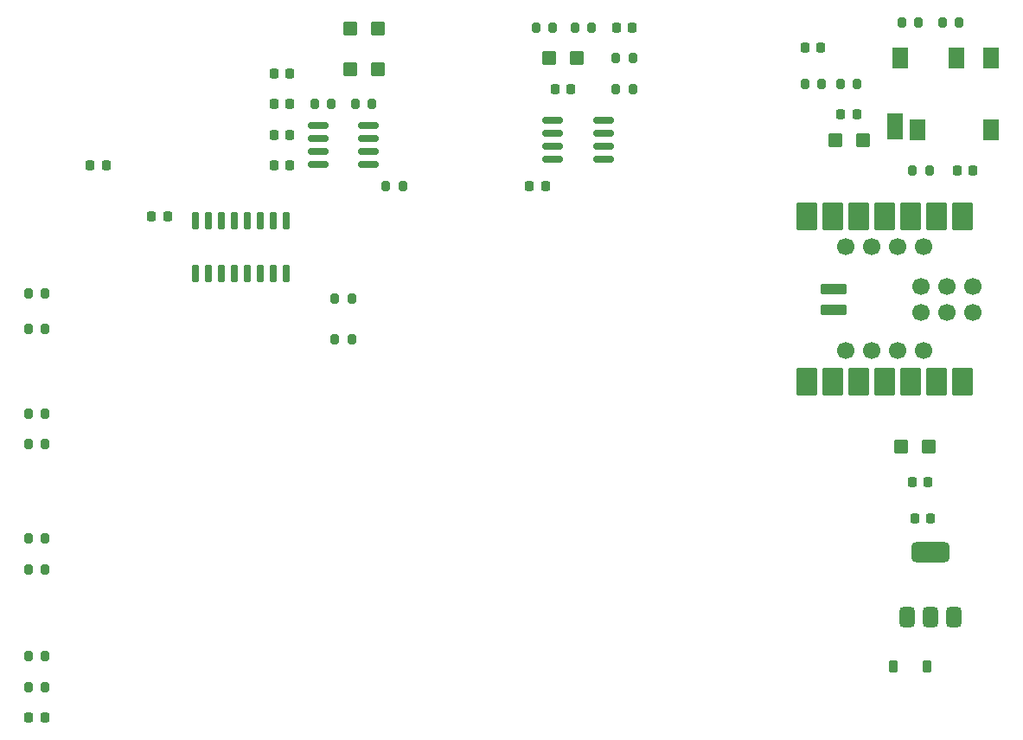
<source format=gtp>
G04 #@! TF.GenerationSoftware,KiCad,Pcbnew,8.0.6*
G04 #@! TF.CreationDate,2025-05-06T17:06:54+09:00*
G04 #@! TF.ProjectId,PCB,5043422e-6b69-4636-9164-5f7063625858,rev?*
G04 #@! TF.SameCoordinates,Original*
G04 #@! TF.FileFunction,Paste,Top*
G04 #@! TF.FilePolarity,Positive*
%FSLAX46Y46*%
G04 Gerber Fmt 4.6, Leading zero omitted, Abs format (unit mm)*
G04 Created by KiCad (PCBNEW 8.0.6) date 2025-05-06 17:06:54*
%MOMM*%
%LPD*%
G01*
G04 APERTURE LIST*
G04 Aperture macros list*
%AMRoundRect*
0 Rectangle with rounded corners*
0 $1 Rounding radius*
0 $2 $3 $4 $5 $6 $7 $8 $9 X,Y pos of 4 corners*
0 Add a 4 corners polygon primitive as box body*
4,1,4,$2,$3,$4,$5,$6,$7,$8,$9,$2,$3,0*
0 Add four circle primitives for the rounded corners*
1,1,$1+$1,$2,$3*
1,1,$1+$1,$4,$5*
1,1,$1+$1,$6,$7*
1,1,$1+$1,$8,$9*
0 Add four rect primitives between the rounded corners*
20,1,$1+$1,$2,$3,$4,$5,0*
20,1,$1+$1,$4,$5,$6,$7,0*
20,1,$1+$1,$6,$7,$8,$9,0*
20,1,$1+$1,$8,$9,$2,$3,0*%
G04 Aperture macros list end*
%ADD10RoundRect,0.225000X0.225000X0.375000X-0.225000X0.375000X-0.225000X-0.375000X0.225000X-0.375000X0*%
%ADD11RoundRect,0.225000X0.225000X0.250000X-0.225000X0.250000X-0.225000X-0.250000X0.225000X-0.250000X0*%
%ADD12RoundRect,0.200000X0.200000X0.275000X-0.200000X0.275000X-0.200000X-0.275000X0.200000X-0.275000X0*%
%ADD13RoundRect,0.200000X-0.200000X-0.275000X0.200000X-0.275000X0.200000X0.275000X-0.200000X0.275000X0*%
%ADD14RoundRect,0.218750X0.218750X0.256250X-0.218750X0.256250X-0.218750X-0.256250X0.218750X-0.256250X0*%
%ADD15RoundRect,0.225000X-0.225000X-0.250000X0.225000X-0.250000X0.225000X0.250000X-0.225000X0.250000X0*%
%ADD16RoundRect,0.150000X0.825000X0.150000X-0.825000X0.150000X-0.825000X-0.150000X0.825000X-0.150000X0*%
%ADD17RoundRect,0.250000X-0.450000X-0.425000X0.450000X-0.425000X0.450000X0.425000X-0.450000X0.425000X0*%
%ADD18RoundRect,0.250000X0.450000X0.425000X-0.450000X0.425000X-0.450000X-0.425000X0.450000X-0.425000X0*%
%ADD19RoundRect,0.200000X0.800000X-1.175000X0.800000X1.175000X-0.800000X1.175000X-0.800000X-1.175000X0*%
%ADD20RoundRect,0.200000X-0.800000X1.175000X-0.800000X-1.175000X0.800000X-1.175000X0.800000X1.175000X0*%
%ADD21C,1.700000*%
%ADD22RoundRect,0.110000X1.140000X0.440000X-1.140000X0.440000X-1.140000X-0.440000X1.140000X-0.440000X0*%
%ADD23RoundRect,0.150000X0.150000X-0.725000X0.150000X0.725000X-0.150000X0.725000X-0.150000X-0.725000X0*%
%ADD24R,1.500000X2.000000*%
%ADD25R,1.500000X2.600000*%
%ADD26RoundRect,0.150000X-0.825000X-0.150000X0.825000X-0.150000X0.825000X0.150000X-0.825000X0.150000X0*%
%ADD27RoundRect,0.375000X0.375000X-0.625000X0.375000X0.625000X-0.375000X0.625000X-0.375000X-0.625000X0*%
%ADD28RoundRect,0.500000X1.400000X-0.500000X1.400000X0.500000X-1.400000X0.500000X-1.400000X-0.500000X0*%
G04 APERTURE END LIST*
D10*
X241200000Y-169400000D03*
X237900000Y-169400000D03*
D11*
X203825000Y-122400000D03*
X202275000Y-122400000D03*
D12*
X153225000Y-132900000D03*
X154875000Y-132900000D03*
X153225000Y-136400000D03*
X154875000Y-136400000D03*
X153225000Y-147650000D03*
X154875000Y-147650000D03*
D13*
X154875000Y-159900000D03*
X153225000Y-159900000D03*
D12*
X153225000Y-171400000D03*
X154875000Y-171400000D03*
X153225000Y-144650000D03*
X154875000Y-144650000D03*
X153225000Y-156900000D03*
X154875000Y-156900000D03*
X153225000Y-168400000D03*
X154875000Y-168400000D03*
D11*
X241325000Y-151400000D03*
X239775000Y-151400000D03*
D12*
X234375000Y-112400000D03*
X232725000Y-112400000D03*
D14*
X178837500Y-120400000D03*
X177262500Y-120400000D03*
D11*
X178825000Y-117400000D03*
X177275000Y-117400000D03*
D15*
X177275000Y-111400000D03*
X178825000Y-111400000D03*
D16*
X186525000Y-120305000D03*
X186525000Y-119035000D03*
X186525000Y-117765000D03*
X186525000Y-116495000D03*
X181575000Y-116495000D03*
X181575000Y-117765000D03*
X181575000Y-119035000D03*
X181575000Y-120305000D03*
D12*
X230875000Y-112400000D03*
X229225000Y-112400000D03*
D11*
X212325000Y-106900000D03*
X210775000Y-106900000D03*
D13*
X210725000Y-109900000D03*
X212375000Y-109900000D03*
D15*
X160825000Y-120400000D03*
X159275000Y-120400000D03*
D17*
X184700000Y-110995000D03*
X187400000Y-110995000D03*
D11*
X241550000Y-154900000D03*
X240000000Y-154900000D03*
D18*
X241400000Y-147900000D03*
X238700000Y-147900000D03*
D12*
X241450000Y-120900000D03*
X239800000Y-120900000D03*
D14*
X178837500Y-114400000D03*
X177262500Y-114400000D03*
D12*
X244375000Y-106400000D03*
X242725000Y-106400000D03*
D15*
X154825000Y-174400000D03*
X153275000Y-174400000D03*
D13*
X183225000Y-133400000D03*
X184875000Y-133400000D03*
D15*
X232775000Y-115400000D03*
X234325000Y-115400000D03*
X229275000Y-108900000D03*
X230825000Y-108900000D03*
D13*
X210725000Y-112900000D03*
X212375000Y-112900000D03*
D19*
X244670000Y-125400000D03*
X242130000Y-125400000D03*
X239590000Y-125400000D03*
X237050000Y-125400000D03*
X234510000Y-125400000D03*
X231970000Y-125400000D03*
X229430000Y-125400000D03*
D20*
X229430000Y-141565000D03*
X231970000Y-141565000D03*
X234510000Y-141565000D03*
X237050000Y-141565000D03*
X239590000Y-141565000D03*
X242130000Y-141565000D03*
X244670000Y-141565000D03*
D21*
X240860000Y-138483494D03*
X238320000Y-138483494D03*
X235780000Y-138483494D03*
X233240000Y-138483494D03*
X233240000Y-128323494D03*
X235780000Y-128323494D03*
X238320000Y-128323494D03*
X240860000Y-128323494D03*
X245700000Y-132212500D03*
X243160000Y-132212500D03*
X240620000Y-132212500D03*
X240620000Y-134752500D03*
X243160000Y-134752500D03*
X245700000Y-134752500D03*
D22*
X232075189Y-132482500D03*
X232075189Y-134482500D03*
D23*
X169605000Y-130975000D03*
X170875000Y-130975000D03*
X172145000Y-130975000D03*
X173415000Y-130975000D03*
X174685000Y-130975000D03*
X175955000Y-130975000D03*
X177225000Y-130975000D03*
X178495000Y-130975000D03*
X178495000Y-125825000D03*
X177225000Y-125825000D03*
X175955000Y-125825000D03*
X174685000Y-125825000D03*
X173415000Y-125825000D03*
X172145000Y-125825000D03*
X170875000Y-125825000D03*
X169605000Y-125825000D03*
D24*
X247450000Y-109900000D03*
X244050000Y-109900000D03*
X238550000Y-109900000D03*
X247450000Y-116900000D03*
X240250000Y-116900000D03*
D25*
X238050000Y-116600000D03*
D26*
X204575000Y-115995000D03*
X204575000Y-117265000D03*
X204575000Y-118535000D03*
X204575000Y-119805000D03*
X209525000Y-119805000D03*
X209525000Y-118535000D03*
X209525000Y-117265000D03*
X209525000Y-115995000D03*
D12*
X204550000Y-106900000D03*
X202900000Y-106900000D03*
D15*
X244175000Y-120900000D03*
X245725000Y-120900000D03*
D13*
X183225000Y-137400000D03*
X184875000Y-137400000D03*
D11*
X166825000Y-125400000D03*
X165275000Y-125400000D03*
D17*
X232200000Y-117900000D03*
X234900000Y-117900000D03*
D18*
X206900000Y-109900000D03*
X204200000Y-109900000D03*
D12*
X240375000Y-106400000D03*
X238725000Y-106400000D03*
D13*
X206725000Y-106900000D03*
X208375000Y-106900000D03*
D12*
X186875000Y-114400000D03*
X185225000Y-114400000D03*
D13*
X188225000Y-122400000D03*
X189875000Y-122400000D03*
D15*
X204775000Y-112900000D03*
X206325000Y-112900000D03*
D17*
X184700000Y-106995000D03*
X187400000Y-106995000D03*
D12*
X182875000Y-114400000D03*
X181225000Y-114400000D03*
D27*
X239250000Y-164550000D03*
X241550000Y-164550000D03*
D28*
X241550000Y-158250000D03*
D27*
X243850000Y-164550000D03*
M02*

</source>
